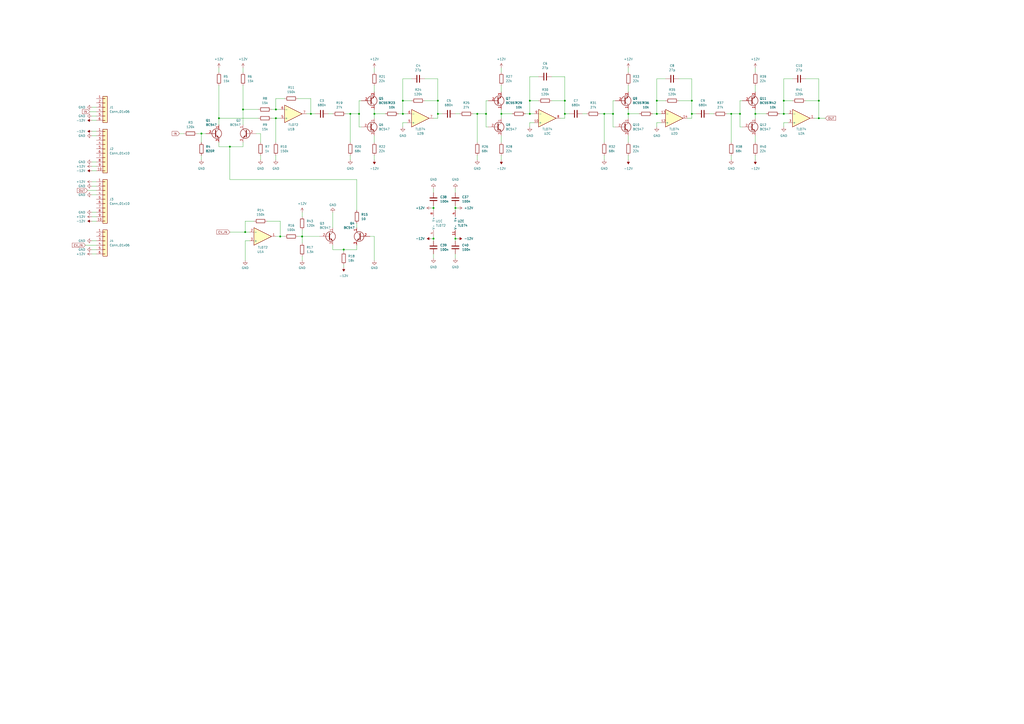
<source format=kicad_sch>
(kicad_sch (version 20230121) (generator eeschema)
  (paper "A2")
  (title_block (title "YuSynth Metalizer") (date "2022-09-02") (company "Max Bauer") (comment 1 "Eurorack Module"))
  (lib_symbols
    (symbol "Amplifier_Operational:TL072" (pin_names (offset 0.127))
      (property "Reference" "U" (at 0 5.08 0))
      (property "Value" "TL072" (at 0 -5.08 0))
      (symbol "TL072_1_1"
        (pin output line (at 7.62 0 180) (length 2.54) (name "~") (number "1"))
        (pin input line (at -7.62 -2.54 0) (length 2.54) (name "-") (number "2"))
        (pin input line (at -7.62 2.54 0) (length 2.54) (name "+") (number "3"))
      )
      (symbol "TL072_2_1"
        (pin input line (at -7.62 2.54 0) (length 2.54) (name "+") (number "5"))
        (pin input line (at -7.62 -2.54 0) (length 2.54) (name "-") (number "6"))
        (pin output line (at 7.62 0 180) (length 2.54) (name "~") (number "7"))
      )
      (symbol "TL072_3_1"
        (pin power_in line (at -2.54 -7.62 90) (length 3.81) (name "V-") (number "4"))
        (pin power_in line (at -2.54 7.62 270) (length 3.81) (name "V+") (number "8"))
      )
    )
    (symbol "Amplifier_Operational:TL074" (pin_names (offset 0.127))
      (property "Reference" "U" (at 0 5.08 0))
      (property "Value" "TL074" (at 0 -5.08 0))
      (symbol "TL074_1_1"
        (pin output line (at 7.62 0 180) (length 2.54) (name "~") (number "1"))
        (pin input line (at -7.62 -2.54 0) (length 2.54) (name "-") (number "2"))
        (pin input line (at -7.62 2.54 0) (length 2.54) (name "+") (number "3"))
      )
      (symbol "TL074_2_1"
        (pin input line (at -7.62 2.54 0) (length 2.54) (name "+") (number "5"))
        (pin input line (at -7.62 -2.54 0) (length 2.54) (name "-") (number "6"))
        (pin output line (at 7.62 0 180) (length 2.54) (name "~") (number "7"))
      )
      (symbol "TL074_3_1"
        (pin input line (at -7.62 2.54 0) (length 2.54) (name "+") (number "10"))
        (pin output line (at 7.62 0 180) (length 2.54) (name "~") (number "8"))
        (pin input line (at -7.62 -2.54 0) (length 2.54) (name "-") (number "9"))
      )
      (symbol "TL074_4_1"
        (pin input line (at -7.62 2.54 0) (length 2.54) (name "+") (number "12"))
        (pin input line (at -7.62 -2.54 0) (length 2.54) (name "-") (number "13"))
        (pin output line (at 7.62 0 180) (length 2.54) (name "~") (number "14"))
      )
      (symbol "TL074_5_1"
        (pin power_in line (at -2.54 -7.62 90) (length 3.81) (name "V-") (number "11"))
        (pin power_in line (at -2.54 7.62 270) (length 3.81) (name "V+") (number "4"))
      )
    )
    (symbol "Connector_Generic:Conn_01x06" (pin_names (offset 1.016) hide)
      (property "Reference" "J" (at 0 7.62 0))
      (property "Value" "Conn_01x06" (at 0 -10.16 0))
      (symbol "Conn_01x06_1_1"
        (pin passive line (at -5.08 5.08 0) (length 3.81) (name "Pin_1") (number "1"))
        (pin passive line (at -5.08 2.54 0) (length 3.81) (name "Pin_2") (number "2"))
        (pin passive line (at -5.08 0 0) (length 3.81) (name "Pin_3") (number "3"))
        (pin passive line (at -5.08 -2.54 0) (length 3.81) (name "Pin_4") (number "4"))
        (pin passive line (at -5.08 -5.08 0) (length 3.81) (name "Pin_5") (number "5"))
        (pin passive line (at -5.08 -7.62 0) (length 3.81) (name "Pin_6") (number "6"))
      )
    )
    (symbol "Connector_Generic:Conn_01x10" (pin_names (offset 1.016) hide)
      (property "Reference" "J" (at 0 12.7 0))
      (property "Value" "Conn_01x10" (at 0 -15.24 0))
      (symbol "Conn_01x10_1_1"
        (pin passive line (at -5.08 10.16 0) (length 3.81) (name "Pin_1") (number "1"))
        (pin passive line (at -5.08 -12.7 0) (length 3.81) (name "Pin_10") (number "10"))
        (pin passive line (at -5.08 7.62 0) (length 3.81) (name "Pin_2") (number "2"))
        (pin passive line (at -5.08 5.08 0) (length 3.81) (name "Pin_3") (number "3"))
        (pin passive line (at -5.08 2.54 0) (length 3.81) (name "Pin_4") (number "4"))
        (pin passive line (at -5.08 0 0) (length 3.81) (name "Pin_5") (number "5"))
        (pin passive line (at -5.08 -2.54 0) (length 3.81) (name "Pin_6") (number "6"))
        (pin passive line (at -5.08 -5.08 0) (length 3.81) (name "Pin_7") (number "7"))
        (pin passive line (at -5.08 -7.62 0) (length 3.81) (name "Pin_8") (number "8"))
        (pin passive line (at -5.08 -10.16 0) (length 3.81) (name "Pin_9") (number "9"))
      )
    )
    (symbol "Device:C" (pin_numbers hide) (pin_names (offset 0.254))
      (property "Reference" "C" (at 0.635 2.54 0))
      (property "Value" "C" (at 0.635 -2.54 0))
      (symbol "C_1_1"
        (pin passive line (at 0 3.81 270) (length 2.794) (name "~") (number "1"))
        (pin passive line (at 0 -3.81 90) (length 2.794) (name "~") (number "2"))
      )
    )
    (symbol "Device:R" (pin_numbers hide) (pin_names (offset 0))
      (property "Reference" "R" (at 2.032 0 90))
      (property "Value" "R" (at 0 0 90))
      (symbol "R_1_1"
        (pin passive line (at 0 3.81 270) (length 1.27) (name "~") (number "1"))
        (pin passive line (at 0 -3.81 90) (length 1.27) (name "~") (number "2"))
      )
    )
    (symbol "GND_1" (power) (pin_names (offset 0))
      (property "Value" "GND_1" (at 0 -3.81 0))
      (symbol "GND_1_1_1"
        (pin power_in line (at 0 0 270) (length 0) hide (name "GND") (number "1"))
      )
    )
    (symbol "Transistor_BJT:BC547" (pin_names (offset 0) hide)
      (property "Reference" "Q" (at 5.08 1.905 0))
      (property "Value" "BC547" (at 5.08 0 0))
      (symbol "BC547_1_1"
        (pin passive line (at 2.54 5.08 270) (length 2.54) (name "C") (number "1"))
        (pin input line (at -5.08 0 0) (length 5.08) (name "B") (number "2"))
        (pin passive line (at 2.54 -5.08 90) (length 2.54) (name "E") (number "3"))
      )
    )
    (symbol "Transistor_BJT:BC557" (pin_names (offset 0) hide)
      (property "Reference" "Q" (at 5.08 1.905 0))
      (property "Value" "BC557" (at 5.08 0 0))
      (symbol "BC557_1_1"
        (pin passive line (at 2.54 5.08 270) (length 2.54) (name "C") (number "1"))
        (pin input line (at -5.08 0 0) (length 5.715) (name "B") (number "2"))
        (pin passive line (at 2.54 -5.08 90) (length 2.54) (name "E") (number "3"))
      )
    )
    (symbol "power:+12V" (power) (pin_names (offset 0))
      (property "Value" "+12V" (at 0 3.556 0))
      (symbol "+12V_1_1"
        (pin power_in line (at 0 0 90) (length 0) hide (name "+12V") (number "1"))
      )
    )
    (symbol "power:-12V" (power) (pin_names (offset 0))
      (property "Value" "-12V" (at 0 3.81 0))
      (symbol "-12V_0_0"
        (pin power_in line (at 0 0 90) (length 0) hide (name "-12V") (number "1"))
      )
    )
    (symbol "power:GND" (power) (pin_names (offset 0))
      (property "Value" "GND" (at 0 -3.81 0))
      (symbol "GND_1_1"
        (pin power_in line (at 0 0 270) (length 0) hide (name "GND") (number "1"))
      )
    )
  )
  (junction (at 175.26 137.16))
  (junction (at 474.98 68.58))
  (junction (at 364.49 66.04))
  (junction (at 264.16 120.65))
  (junction (at 454.66 66.04))
  (junction (at 199.39 144.78))
  (junction (at 355.6 66.04))
  (junction (at 203.2 66.04))
  (junction (at 327.66 66.04))
  (junction (at 454.66 58.42))
  (junction (at 180.34 66.04))
  (junction (at 264.16 138.43))
  (junction (at 438.15 66.04))
  (junction (at 160.02 68.58))
  (junction (at 133.35 85.09))
  (junction (at 281.94 66.04))
  (junction (at 429.26 66.04))
  (junction (at 208.28 66.04))
  (junction (at 424.18 66.04))
  (junction (at 217.17 66.04))
  (junction (at 251.46 120.65))
  (junction (at 276.86 66.04))
  (junction (at 162.56 137.16))
  (junction (at 350.52 66.04))
  (junction (at 233.68 58.42))
  (junction (at 127 68.58))
  (junction (at 401.32 58.42))
  (junction (at 307.34 58.42))
  (junction (at 142.24 134.62))
  (junction (at 254 58.42))
  (junction (at 140.97 63.5))
  (junction (at 474.98 58.42))
  (junction (at 251.46 138.43))
  (junction (at 233.68 66.04))
  (junction (at 401.32 66.04))
  (junction (at 381 66.04))
  (junction (at 307.34 66.04))
  (junction (at 290.83 66.04))
  (junction (at 116.84 77.47))
  (junction (at 160.02 63.5))
  (junction (at 254 66.04))
  (junction (at 381 58.42))
  (junction (at 327.66 58.42))
  (wire (pts (xy 127 68.58) (xy 127 72.39)))
  (wire (pts (xy 200.66 66.04) (xy 203.2 66.04)))
  (wire (pts (xy 142.24 139.7) (xy 144.78 139.7)))
  (wire (pts (xy 53.34 128.27) (xy 55.88 128.27)))
  (wire (pts (xy 142.24 134.62) (xy 144.78 134.62)))
  (wire (pts (xy 429.26 66.04) (xy 429.26 73.66)))
  (wire (pts (xy 290.83 90.17) (xy 290.83 92.71)))
  (wire (pts (xy 160.02 90.17) (xy 160.02 92.71)))
  (wire (pts (xy 264.16 120.65) (xy 265.43 120.65)))
  (wire (pts (xy 424.18 90.17) (xy 424.18 92.71)))
  (wire (pts (xy 281.94 58.42) (xy 281.94 66.04)))
  (wire (pts (xy 172.72 57.15) (xy 180.34 57.15)))
  (wire (pts (xy 175.26 137.16) (xy 185.42 137.16)))
  (wire (pts (xy 53.34 147.32) (xy 55.88 147.32)))
  (wire (pts (xy 250.19 120.65) (xy 251.46 120.65)))
  (wire (pts (xy 264.16 109.22) (xy 264.16 111.76)))
  (wire (pts (xy 251.46 137.16) (xy 251.46 138.43)))
  (wire (pts (xy 378.46 66.04) (xy 381 66.04)))
  (wire (pts (xy 157.48 63.5) (xy 160.02 63.5)))
  (wire (pts (xy 327.66 66.04) (xy 327.66 68.58)))
  (wire (pts (xy 208.28 66.04) (xy 208.28 73.66)))
  (wire (pts (xy 127 49.53) (xy 127 68.58)))
  (wire (pts (xy 438.15 90.17) (xy 438.15 92.71)))
  (wire (pts (xy 246.38 58.42) (xy 254 58.42)))
  (wire (pts (xy 203.2 90.17) (xy 203.2 92.71)))
  (wire (pts (xy 157.48 68.58) (xy 160.02 68.58)))
  (wire (pts (xy 50.8 110.49) (xy 55.88 110.49)))
  (wire (pts (xy 52.07 64.77) (xy 55.88 64.77)))
  (wire (pts (xy 467.36 58.42) (xy 474.98 58.42)))
  (wire (pts (xy 304.8 66.04) (xy 307.34 66.04)))
  (wire (pts (xy 424.18 66.04) (xy 424.18 82.55)))
  (wire (pts (xy 307.34 44.45) (xy 307.34 58.42)))
  (wire (pts (xy 355.6 66.04) (xy 355.6 73.66)))
  (wire (pts (xy 281.94 66.04) (xy 281.94 73.66)))
  (wire (pts (xy 281.94 73.66) (xy 283.21 73.66)))
  (wire (pts (xy 327.66 68.58) (xy 325.12 68.58)))
  (wire (pts (xy 290.83 39.37) (xy 290.83 41.91)))
  (wire (pts (xy 327.66 66.04) (xy 330.2 66.04)))
  (wire (pts (xy 454.66 58.42) (xy 454.66 66.04)))
  (wire (pts (xy 133.35 104.14) (xy 207.01 104.14)))
  (wire (pts (xy 401.32 66.04) (xy 401.32 68.58)))
  (wire (pts (xy 290.83 63.5) (xy 290.83 66.04)))
  (wire (pts (xy 177.8 66.04) (xy 180.34 66.04)))
  (wire (pts (xy 208.28 73.66) (xy 209.55 73.66)))
  (wire (pts (xy 251.46 147.32) (xy 251.46 149.86)))
  (wire (pts (xy 193.04 123.19) (xy 193.04 132.08)))
  (wire (pts (xy 233.68 45.72) (xy 233.68 58.42)))
  (wire (pts (xy 276.86 66.04) (xy 276.86 82.55)))
  (wire (pts (xy 290.83 66.04) (xy 297.18 66.04)))
  (wire (pts (xy 250.19 138.43) (xy 251.46 138.43)))
  (wire (pts (xy 217.17 90.17) (xy 217.17 92.71)))
  (wire (pts (xy 438.15 66.04) (xy 444.5 66.04)))
  (wire (pts (xy 364.49 39.37) (xy 364.49 41.91)))
  (wire (pts (xy 350.52 66.04) (xy 350.52 82.55)))
  (wire (pts (xy 312.42 58.42) (xy 307.34 58.42)))
  (wire (pts (xy 151.13 90.17) (xy 151.13 92.71)))
  (wire (pts (xy 160.02 57.15) (xy 160.02 63.5)))
  (wire (pts (xy 180.34 57.15) (xy 180.34 66.04)))
  (wire (pts (xy 276.86 66.04) (xy 281.94 66.04)))
  (wire (pts (xy 160.02 68.58) (xy 162.56 68.58)))
  (wire (pts (xy 401.32 66.04) (xy 403.86 66.04)))
  (wire (pts (xy 393.7 45.72) (xy 401.32 45.72)))
  (wire (pts (xy 474.98 68.58) (xy 472.44 68.58)))
  (wire (pts (xy 140.97 85.09) (xy 140.97 82.55)))
  (wire (pts (xy 320.04 44.45) (xy 327.66 44.45)))
  (wire (pts (xy 474.98 68.58) (xy 478.79 68.58)))
  (wire (pts (xy 364.49 49.53) (xy 364.49 53.34)))
  (wire (pts (xy 307.34 58.42) (xy 307.34 66.04)))
  (wire (pts (xy 276.86 90.17) (xy 276.86 92.71)))
  (wire (pts (xy 350.52 90.17) (xy 350.52 92.71)))
  (wire (pts (xy 364.49 90.17) (xy 364.49 92.71)))
  (wire (pts (xy 133.35 85.09) (xy 140.97 85.09)))
  (wire (pts (xy 53.34 123.19) (xy 55.88 123.19)))
  (wire (pts (xy 290.83 66.04) (xy 290.83 68.58)))
  (wire (pts (xy 254 58.42) (xy 254 66.04)))
  (wire (pts (xy 127 39.37) (xy 127 41.91)))
  (wire (pts (xy 53.34 107.95) (xy 55.88 107.95)))
  (wire (pts (xy 53.34 105.41) (xy 55.88 105.41)))
  (wire (pts (xy 209.55 58.42) (xy 208.28 58.42)))
  (wire (pts (xy 160.02 68.58) (xy 160.02 82.55)))
  (wire (pts (xy 142.24 139.7) (xy 142.24 151.13)))
  (wire (pts (xy 207.01 104.14) (xy 207.01 121.92)))
  (wire (pts (xy 207.01 129.54) (xy 207.01 132.08)))
  (wire (pts (xy 233.68 58.42) (xy 233.68 66.04)))
  (wire (pts (xy 151.13 77.47) (xy 151.13 82.55)))
  (wire (pts (xy 127 85.09) (xy 133.35 85.09)))
  (wire (pts (xy 320.04 58.42) (xy 327.66 58.42)))
  (wire (pts (xy 217.17 78.74) (xy 217.17 82.55)))
  (wire (pts (xy 172.72 137.16) (xy 175.26 137.16)))
  (wire (pts (xy 401.32 45.72) (xy 401.32 58.42)))
  (wire (pts (xy 199.39 144.78) (xy 199.39 146.05)))
  (wire (pts (xy 381 45.72) (xy 381 58.42)))
  (wire (pts (xy 160.02 57.15) (xy 165.1 57.15)))
  (wire (pts (xy 214.63 137.16) (xy 217.17 137.16)))
  (wire (pts (xy 327.66 58.42) (xy 327.66 66.04)))
  (wire (pts (xy 193.04 142.24) (xy 193.04 144.78)))
  (wire (pts (xy 238.76 45.72) (xy 233.68 45.72)))
  (wire (pts (xy 355.6 58.42) (xy 355.6 66.04)))
  (wire (pts (xy 264.16 138.43) (xy 264.16 139.7)))
  (wire (pts (xy 438.15 39.37) (xy 438.15 41.91)))
  (wire (pts (xy 175.26 137.16) (xy 175.26 140.97)))
  (wire (pts (xy 199.39 144.78) (xy 207.01 144.78)))
  (wire (pts (xy 386.08 45.72) (xy 381 45.72)))
  (wire (pts (xy 53.34 67.31) (xy 55.88 67.31)))
  (wire (pts (xy 233.68 66.04) (xy 236.22 66.04)))
  (wire (pts (xy 411.48 66.04) (xy 414.02 66.04)))
  (wire (pts (xy 251.46 119.38) (xy 251.46 120.65)))
  (wire (pts (xy 217.17 39.37) (xy 217.17 41.91)))
  (wire (pts (xy 140.97 49.53) (xy 140.97 63.5)))
  (wire (pts (xy 53.34 99.06) (xy 55.88 99.06)))
  (wire (pts (xy 175.26 148.59) (xy 175.26 151.13)))
  (wire (pts (xy 430.53 58.42) (xy 429.26 58.42)))
  (wire (pts (xy 148.59 77.47) (xy 151.13 77.47)))
  (wire (pts (xy 254 66.04) (xy 256.54 66.04)))
  (wire (pts (xy 438.15 78.74) (xy 438.15 82.55)))
  (wire (pts (xy 307.34 66.04) (xy 309.88 66.04)))
  (wire (pts (xy 199.39 153.67) (xy 199.39 154.94)))
  (wire (pts (xy 246.38 45.72) (xy 254 45.72)))
  (wire (pts (xy 180.34 66.04) (xy 182.88 66.04)))
  (wire (pts (xy 290.83 49.53) (xy 290.83 53.34)))
  (wire (pts (xy 424.18 66.04) (xy 429.26 66.04)))
  (wire (pts (xy 457.2 71.12) (xy 454.66 71.12)))
  (wire (pts (xy 381 66.04) (xy 383.54 66.04)))
  (wire (pts (xy 309.88 71.12) (xy 307.34 71.12)))
  (wire (pts (xy 203.2 66.04) (xy 203.2 82.55)))
  (wire (pts (xy 264.16 120.65) (xy 264.16 121.92)))
  (wire (pts (xy 438.15 66.04) (xy 438.15 68.58)))
  (wire (pts (xy 254 68.58) (xy 251.46 68.58)))
  (wire (pts (xy 53.34 78.74) (xy 55.88 78.74)))
  (wire (pts (xy 140.97 39.37) (xy 140.97 41.91)))
  (wire (pts (xy 264.16 119.38) (xy 264.16 120.65)))
  (wire (pts (xy 264.16 138.43) (xy 265.43 138.43)))
  (wire (pts (xy 238.76 58.42) (xy 233.68 58.42)))
  (wire (pts (xy 429.26 58.42) (xy 429.26 66.04)))
  (wire (pts (xy 116.84 90.17) (xy 116.84 92.71)))
  (wire (pts (xy 53.34 93.98) (xy 55.88 93.98)))
  (wire (pts (xy 190.5 66.04) (xy 193.04 66.04)))
  (wire (pts (xy 217.17 49.53) (xy 217.17 53.34)))
  (wire (pts (xy 454.66 71.12) (xy 454.66 73.66)))
  (wire (pts (xy 175.26 133.35) (xy 175.26 137.16)))
  (wire (pts (xy 459.74 45.72) (xy 454.66 45.72)))
  (wire (pts (xy 127 82.55) (xy 127 85.09)))
  (wire (pts (xy 53.34 76.2) (xy 55.88 76.2)))
  (wire (pts (xy 160.02 63.5) (xy 162.56 63.5)))
  (wire (pts (xy 175.26 123.19) (xy 175.26 125.73)))
  (wire (pts (xy 355.6 73.66) (xy 356.87 73.66)))
  (wire (pts (xy 337.82 66.04) (xy 340.36 66.04)))
  (wire (pts (xy 53.34 144.78) (xy 55.88 144.78)))
  (wire (pts (xy 264.16 147.32) (xy 264.16 149.86)))
  (wire (pts (xy 459.74 58.42) (xy 454.66 58.42)))
  (wire (pts (xy 364.49 78.74) (xy 364.49 82.55)))
  (wire (pts (xy 133.35 134.62) (xy 142.24 134.62)))
  (wire (pts (xy 114.3 77.47) (xy 116.84 77.47)))
  (wire (pts (xy 160.02 137.16) (xy 162.56 137.16)))
  (wire (pts (xy 231.14 66.04) (xy 233.68 66.04)))
  (wire (pts (xy 386.08 58.42) (xy 381 58.42)))
  (wire (pts (xy 364.49 66.04) (xy 370.84 66.04)))
  (wire (pts (xy 162.56 137.16) (xy 165.1 137.16)))
  (wire (pts (xy 350.52 66.04) (xy 355.6 66.04)))
  (wire (pts (xy 307.34 71.12) (xy 307.34 73.66)))
  (wire (pts (xy 438.15 63.5) (xy 438.15 66.04)))
  (wire (pts (xy 356.87 58.42) (xy 355.6 58.42)))
  (wire (pts (xy 421.64 66.04) (xy 424.18 66.04)))
  (wire (pts (xy 401.32 58.42) (xy 401.32 66.04)))
  (wire (pts (xy 142.24 128.27) (xy 147.32 128.27)))
  (wire (pts (xy 381 58.42) (xy 381 66.04)))
  (wire (pts (xy 290.83 78.74) (xy 290.83 82.55)))
  (wire (pts (xy 383.54 71.12) (xy 381 71.12)))
  (wire (pts (xy 312.42 44.45) (xy 307.34 44.45)))
  (wire (pts (xy 347.98 66.04) (xy 350.52 66.04)))
  (wire (pts (xy 251.46 109.22) (xy 251.46 111.76)))
  (wire (pts (xy 364.49 63.5) (xy 364.49 66.04)))
  (wire (pts (xy 254 45.72) (xy 254 58.42)))
  (wire (pts (xy 217.17 137.16) (xy 217.17 151.13)))
  (wire (pts (xy 264.16 137.16) (xy 264.16 138.43)))
  (wire (pts (xy 133.35 85.09) (xy 133.35 104.14)))
  (wire (pts (xy 474.98 58.42) (xy 474.98 68.58)))
  (wire (pts (xy 454.66 45.72) (xy 454.66 58.42)))
  (wire (pts (xy 364.49 66.04) (xy 364.49 68.58)))
  (wire (pts (xy 467.36 45.72) (xy 474.98 45.72)))
  (wire (pts (xy 401.32 68.58) (xy 398.78 68.58)))
  (wire (pts (xy 217.17 63.5) (xy 217.17 66.04)))
  (wire (pts (xy 53.34 113.03) (xy 55.88 113.03)))
  (wire (pts (xy 283.21 58.42) (xy 281.94 58.42)))
  (wire (pts (xy 53.34 69.85) (xy 55.88 69.85)))
  (wire (pts (xy 454.66 66.04) (xy 457.2 66.04)))
  (wire (pts (xy 381 71.12) (xy 381 73.66)))
  (wire (pts (xy 474.98 45.72) (xy 474.98 58.42)))
  (wire (pts (xy 274.32 66.04) (xy 276.86 66.04)))
  (wire (pts (xy 53.34 139.7) (xy 55.88 139.7)))
  (wire (pts (xy 452.12 66.04) (xy 454.66 66.04)))
  (wire (pts (xy 162.56 128.27) (xy 162.56 137.16)))
  (wire (pts (xy 429.26 73.66) (xy 430.53 73.66)))
  (wire (pts (xy 251.46 138.43) (xy 251.46 139.7)))
  (wire (pts (xy 116.84 77.47) (xy 119.38 77.47)))
  (wire (pts (xy 154.94 128.27) (xy 162.56 128.27)))
  (wire (pts (xy 203.2 66.04) (xy 208.28 66.04)))
  (wire (pts (xy 264.16 66.04) (xy 266.7 66.04)))
  (wire (pts (xy 53.34 62.23) (xy 55.88 62.23)))
  (wire (pts (xy 327.66 44.45) (xy 327.66 58.42)))
  (wire (pts (xy 53.34 96.52) (xy 55.88 96.52)))
  (wire (pts (xy 142.24 128.27) (xy 142.24 134.62)))
  (wire (pts (xy 208.28 58.42) (xy 208.28 66.04)))
  (wire (pts (xy 217.17 66.04) (xy 223.52 66.04)))
  (wire (pts (xy 140.97 63.5) (xy 149.86 63.5)))
  (wire (pts (xy 116.84 77.47) (xy 116.84 82.55)))
  (wire (pts (xy 127 68.58) (xy 149.86 68.58)))
  (wire (pts (xy 236.22 71.12) (xy 233.68 71.12)))
  (wire (pts (xy 207.01 144.78) (xy 207.01 142.24)))
  (wire (pts (xy 140.97 63.5) (xy 140.97 72.39)))
  (wire (pts (xy 217.17 66.04) (xy 217.17 68.58)))
  (wire (pts (xy 193.04 144.78) (xy 199.39 144.78)))
  (wire (pts (xy 49.53 142.24) (xy 55.88 142.24)))
  (wire (pts (xy 53.34 125.73) (xy 55.88 125.73)))
  (wire (pts (xy 254 66.04) (xy 254 68.58)))
  (wire (pts (xy 251.46 120.65) (xy 251.46 121.92)))
  (wire (pts (xy 233.68 71.12) (xy 233.68 73.66)))
  (wire (pts (xy 104.14 77.47) (xy 106.68 77.47)))
  (wire (pts (xy 438.15 49.53) (xy 438.15 53.34)))
  (wire (pts (xy 393.7 58.42) (xy 401.32 58.42)))
  (global_label "OUT" (shape input) (at 478.79 68.58 0) (property "Intersheetrefs" "${INTERSHEET_REFS}" (effects hide)))
  (global_label "IN" (shape input) (at 52.07 64.77 180) (property "Intersheetrefs" "${INTERSHEET_REFS}" (effects hide)))
  (global_label "CV_IN" (shape input) (at 133.35 134.62 180) (property "Intersheetrefs" "${INTERSHEET_REFS}" (effects hide)))
  (global_label "CV_IN" (shape input) (at 49.53 142.24 180) (property "Intersheetrefs" "${INTERSHEET_REFS}" (effects hide)))
  (global_label "OUT" (shape input) (at 50.8 110.49 180) (property "Intersheetrefs" "${INTERSHEET_REFS}" (effects hide)))
  (global_label "IN" (shape input) (at 104.14 77.47 180) (property "Intersheetrefs" "${INTERSHEET_REFS}" (effects hide)))
  (symbol (lib_id "Amplifier_Operational:TL072") (at 170.18 66.04 0) (mirror x) (unit 2)
    (property "Reference" "U1" (at 168.91 74.93 0))
    (property "Value" "TL072" (at 170.18 72.39 0))
    (property "Footprint" "Package_DIP:DIP-8_W7.62mm_LongPads" (effects hide))
    (property "Datasheet" "http://www.ti.com/lit/ds/symlink/tl071.pdf" (effects hide))
  )
  (symbol (lib_id "power:+12V") (at 175.26 123.19 0) (unit 1)
    (property "Reference" "#PWR042" (effects hide))
    (property "Value" "+12V" (at 175.26 118.11 0))
  )
  (symbol (lib_id "Device:R") (at 438.15 45.72 0) (unit 1)
    (property "Reference" "R39" (at 440.69 44.4499 0) (effects (justify left)))
    (property "Value" "22k" (at 440.69 46.9899 0) (effects (justify left)))
    (property "Footprint" "Resistor_THT:R_Axial_DIN0204_L3.6mm_D1.6mm_P7.62mm_Horizontal" (effects hide))
  )
  (symbol (lib_id "power:GND") (at 251.46 149.86 0) (unit 1)
    (property "Reference" "#PWR055" (effects hide))
    (property "Value" "GND" (at 251.46 154.94 0))
  )
  (symbol (lib_id "Device:R") (at 290.83 45.72 0) (unit 1)
    (property "Reference" "R27" (at 293.37 44.4499 0) (effects (justify left)))
    (property "Value" "22k" (at 293.37 46.9899 0) (effects (justify left)))
    (property "Footprint" "Resistor_THT:R_Axial_DIN0204_L3.6mm_D1.6mm_P7.62mm_Horizontal" (effects hide))
  )
  (symbol (lib_id "Amplifier_Operational:TL074") (at 243.84 68.58 0) (mirror x) (unit 2)
    (property "Reference" "U2" (at 243.84 77.47 0))
    (property "Value" "TL074" (at 243.84 74.93 0))
    (property "Footprint" "Package_DIP:DIP-14_W7.62mm_LongPads" (effects hide))
    (property "Datasheet" "http://www.ti.com/lit/ds/symlink/tl071.pdf" (effects hide))
  )
  (symbol (lib_id "Device:R") (at 417.83 66.04 90) (unit 1)
    (property "Reference" "R37" (at 417.83 59.69 90))
    (property "Value" "27k" (at 417.83 62.23 90))
    (property "Footprint" "Resistor_THT:R_Axial_DIN0204_L3.6mm_D1.6mm_P7.62mm_Horizontal" (effects hide))
  )
  (symbol (lib_id "power:GND") (at 203.2 92.71 0) (unit 1)
    (property "Reference" "#PWR0105" (effects hide))
    (property "Value" "GND" (at 203.2 97.79 0))
  )
  (symbol (lib_id "Transistor_BJT:BC547") (at 209.55 137.16 0) (mirror y) (unit 1)
    (property "Reference" "Q4" (at 205.74 129.54 0) (effects (justify left)))
    (property "Value" "BC547" (at 205.74 132.08 0) (effects (justify left)))
    (property "Footprint" "Package_TO_SOT_THT:TO-92_Inline" (effects hide))
    (property "Datasheet" "https://www.onsemi.com/pub/Collateral/BC550-D.pdf" (effects hide))
  )
  (symbol (lib_id "power:+12V") (at 290.83 39.37 0) (unit 1)
    (property "Reference" "#PWR0103" (effects hide))
    (property "Value" "+12V" (at 290.83 34.29 0))
  )
  (symbol (lib_id "power:+12V") (at 217.17 39.37 0) (unit 1)
    (property "Reference" "#PWR0119" (effects hide))
    (property "Value" "+12V" (at 217.17 34.29 0))
  )
  (symbol (lib_id "Device:R") (at 242.57 58.42 90) (unit 1)
    (property "Reference" "R24" (at 242.57 52.07 90))
    (property "Value" "120k" (at 242.57 54.61 90))
    (property "Footprint" "Resistor_THT:R_Axial_DIN0204_L3.6mm_D1.6mm_P7.62mm_Horizontal" (effects hide))
  )
  (symbol (lib_name "GND_1") (lib_id "power:GND") (at 53.34 113.03 270) (unit 1)
    (property "Reference" "#PWR056" (effects hide))
    (property "Value" "GND" (at 49.53 113.03 90) (effects (justify right)))
  )
  (symbol (lib_id "power:GND") (at 264.16 109.22 180) (unit 1)
    (property "Reference" "#PWR053" (effects hide))
    (property "Value" "GND" (at 264.16 104.14 0))
  )
  (symbol (lib_id "Device:C") (at 389.89 45.72 90) (unit 1)
    (property "Reference" "C8" (at 389.89 38.1 90))
    (property "Value" "27p" (at 389.89 40.64 90))
    (property "Footprint" "Capacitor_THT:C_Rect_L4.0mm_W2.5mm_P2.50mm" (effects hide))
  )
  (symbol (lib_id "power:GND") (at 233.68 73.66 0) (unit 1)
    (property "Reference" "#PWR0106" (effects hide))
    (property "Value" "GND" (at 233.68 78.74 0))
  )
  (symbol (lib_id "power:GND") (at 142.24 151.13 0) (unit 1)
    (property "Reference" "#PWR045" (effects hide))
    (property "Value" "GND" (at 142.24 155.4017 0))
  )
  (symbol (lib_id "Device:R") (at 424.18 86.36 0) (unit 1)
    (property "Reference" "R38" (at 426.72 85.0899 0) (effects (justify left)))
    (property "Value" "68k" (at 426.72 87.6299 0) (effects (justify left)))
    (property "Footprint" "Resistor_THT:R_Axial_DIN0204_L3.6mm_D1.6mm_P7.62mm_Horizontal" (effects hide))
  )
  (symbol (lib_id "Device:R") (at 389.89 58.42 90) (unit 1)
    (property "Reference" "R35" (at 389.89 52.07 90))
    (property "Value" "120k" (at 389.89 54.61 90))
    (property "Footprint" "Resistor_THT:R_Axial_DIN0204_L3.6mm_D1.6mm_P7.62mm_Horizontal" (effects hide))
  )
  (symbol (lib_id "Device:R") (at 168.91 57.15 90) (unit 1)
    (property "Reference" "R11" (at 168.91 50.8 90))
    (property "Value" "150k" (at 168.91 53.34 90))
    (property "Footprint" "Resistor_THT:R_Axial_DIN0204_L3.6mm_D1.6mm_P7.62mm_Horizontal" (effects hide))
  )
  (symbol (lib_id "Device:R") (at 160.02 86.36 0) (unit 1)
    (property "Reference" "R10" (at 162.56 85.0899 0) (effects (justify left)))
    (property "Value" "150k" (at 162.56 87.6299 0) (effects (justify left)))
    (property "Footprint" "Resistor_THT:R_Axial_DIN0204_L3.6mm_D1.6mm_P7.62mm_Horizontal" (effects hide))
  )
  (symbol (lib_id "power:GND") (at 276.86 92.71 0) (unit 1)
    (property "Reference" "#PWR0116" (effects hide))
    (property "Value" "GND" (at 276.86 97.79 0))
  )
  (symbol (lib_id "Device:R") (at 199.39 149.86 0) (unit 1)
    (property "Reference" "R18" (at 201.93 148.59 0) (effects (justify left)))
    (property "Value" "18k" (at 201.93 151.13 0) (effects (justify left)))
    (property "Footprint" "Resistor_THT:R_Axial_DIN0204_L3.6mm_D1.6mm_P7.62mm_Horizontal" (effects hide))
  )
  (symbol (lib_id "Connector_Generic:Conn_01x10") (at 60.96 115.57 0) (unit 1)
    (property "Reference" "J3" (at 63.5 115.57 0) (effects (justify left)))
    (property "Value" "Conn_01x10" (at 63.5 118.11 0) (effects (justify left)))
    (property "Footprint" "Connector_PinSocket_2.54mm:PinSocket_1x10_P2.54mm_Vertical" (effects hide))
  )
  (symbol (lib_id "power:GND") (at 381 73.66 0) (unit 1)
    (property "Reference" "#PWR0111" (effects hide))
    (property "Value" "GND" (at 381 78.74 0))
  )
  (symbol (lib_id "Transistor_BJT:BC547") (at 124.46 77.47 0) (unit 1)
    (property "Reference" "Q1" (at 119.38 69.85 0) (effects (justify left)))
    (property "Value" "BC547" (at 119.38 72.39 0) (effects (justify left)))
    (property "Footprint" "Package_TO_SOT_THT:TO-92_Inline" (effects hide))
    (property "Datasheet" "https://www.onsemi.com/pub/Collateral/BC550-D.pdf" (effects hide))
  )
  (symbol (lib_id "power:-12V") (at 199.39 154.94 180) (unit 1)
    (property "Reference" "#PWR059" (effects hide))
    (property "Value" "-12V" (at 199.39 160.02 0))
  )
  (symbol (lib_id "Device:C") (at 251.46 115.57 0) (unit 1)
    (property "Reference" "C38" (at 255.27 114.3 0) (effects (justify left)))
    (property "Value" "100n" (at 255.27 116.84 0) (effects (justify left)))
    (property "Footprint" "Capacitor_THT:C_Rect_L4.6mm_W2.0mm_P2.50mm_MKS02_FKP02" (effects hide))
  )
  (symbol (lib_id "power:+12V") (at 53.34 105.41 90) (unit 1)
    (property "Reference" "#PWR048" (effects hide))
    (property "Value" "+12V" (at 49.53 105.41 90) (effects (justify left)))
  )
  (symbol (lib_id "Device:C") (at 334.01 66.04 90) (unit 1)
    (property "Reference" "C7" (at 334.01 58.42 90))
    (property "Value" "680n" (at 334.01 60.96 90))
    (property "Footprint" "Capacitor_THT:C_Rect_L7.0mm_W3.5mm_P5.00mm" (effects hide))
  )
  (symbol (lib_id "Device:C") (at 264.16 143.51 0) (unit 1)
    (property "Reference" "C40" (at 267.97 142.24 0) (effects (justify left)))
    (property "Value" "100n" (at 267.97 144.78 0) (effects (justify left)))
    (property "Footprint" "Capacitor_THT:C_Rect_L4.6mm_W2.0mm_P2.50mm_MKS02_FKP02" (effects hide))
  )
  (symbol (lib_id "Device:C") (at 260.35 66.04 90) (unit 1)
    (property "Reference" "C5" (at 260.35 58.42 90))
    (property "Value" "680n" (at 260.35 60.96 90))
    (property "Footprint" "Capacitor_THT:C_Rect_L7.0mm_W3.5mm_P5.00mm" (effects hide))
  )
  (symbol (lib_id "Amplifier_Operational:TL074") (at 391.16 68.58 0) (mirror x) (unit 4)
    (property "Reference" "U2" (at 391.16 77.47 0))
    (property "Value" "TL074" (at 391.16 74.93 0))
    (property "Footprint" "Package_DIP:DIP-14_W7.62mm_LongPads" (effects hide))
    (property "Datasheet" "http://www.ti.com/lit/ds/symlink/tl071.pdf" (effects hide))
  )
  (symbol (lib_id "Device:C") (at 264.16 115.57 0) (unit 1)
    (property "Reference" "C37" (at 267.97 114.3 0) (effects (justify left)))
    (property "Value" "100n" (at 267.97 116.84 0) (effects (justify left)))
    (property "Footprint" "Capacitor_THT:C_Rect_L4.6mm_W2.0mm_P2.50mm_MKS02_FKP02" (effects hide))
  )
  (symbol (lib_id "Transistor_BJT:BC557") (at 435.61 58.42 0) (mirror x) (unit 1)
    (property "Reference" "Q11" (at 440.69 57.1499 0) (effects (justify left)))
    (property "Value" "BC557" (at 440.69 59.6899 0) (effects (justify left)))
    (property "Footprint" "Package_TO_SOT_THT:TO-92_Inline" (effects hide))
    (property "Datasheet" "https://www.onsemi.com/pub/Collateral/BC556BTA-D.pdf" (effects hide))
  )
  (symbol (lib_id "Device:R") (at 227.33 66.04 90) (unit 1)
    (property "Reference" "R23" (at 227.33 59.69 90))
    (property "Value" "10k" (at 227.33 62.23 90))
    (property "Footprint" "Resistor_THT:R_Axial_DIN0204_L3.6mm_D1.6mm_P7.62mm_Horizontal" (effects hide))
  )
  (symbol (lib_id "Device:R") (at 116.84 86.36 0) (unit 1)
    (property "Reference" "R4" (at 119.38 85.0899 0) (effects (justify left)))
    (property "Value" "820R" (at 119.38 87.6299 0) (effects (justify left)))
    (property "Footprint" "Resistor_THT:R_Axial_DIN0204_L3.6mm_D1.6mm_P7.62mm_Horizontal" (effects hide))
  )
  (symbol (lib_id "Transistor_BJT:BC547") (at 214.63 73.66 0) (unit 1)
    (property "Reference" "Q6" (at 219.71 72.3899 0) (effects (justify left)))
    (property "Value" "BC547" (at 219.71 74.9299 0) (effects (justify left)))
    (property "Footprint" "Package_TO_SOT_THT:TO-92_Inline" (effects hide))
    (property "Datasheet" "https://www.onsemi.com/pub/Collateral/BC550-D.pdf" (effects hide))
  )
  (symbol (lib_id "power:GND") (at 454.66 73.66 0) (unit 1)
    (property "Reference" "#PWR0109" (effects hide))
    (property "Value" "GND" (at 454.66 78.74 0))
  )
  (symbol (lib_id "power:GND") (at 251.46 109.22 180) (unit 1)
    (property "Reference" "#PWR052" (effects hide))
    (property "Value" "GND" (at 251.46 104.14 0))
  )
  (symbol (lib_id "Device:R") (at 127 45.72 0) (unit 1)
    (property "Reference" "R5" (at 129.54 44.4499 0) (effects (justify left)))
    (property "Value" "15k" (at 129.54 46.9899 0) (effects (justify left)))
    (property "Footprint" "Resistor_THT:R_Axial_DIN0204_L3.6mm_D1.6mm_P7.62mm_Horizontal" (effects hide))
  )
  (symbol (lib_id "Device:R") (at 217.17 86.36 0) (unit 1)
    (property "Reference" "R22" (at 219.71 85.0899 0) (effects (justify left)))
    (property "Value" "22k" (at 219.71 87.6299 0) (effects (justify left)))
    (property "Footprint" "Resistor_THT:R_Axial_DIN0204_L3.6mm_D1.6mm_P7.62mm_Horizontal" (effects hide))
  )
  (symbol (lib_id "power:GND") (at 116.84 92.71 0) (unit 1)
    (property "Reference" "#PWR0120" (effects hide))
    (property "Value" "GND" (at 116.84 97.79 0))
  )
  (symbol (lib_id "Device:R") (at 344.17 66.04 90) (unit 1)
    (property "Reference" "R31" (at 344.17 59.69 90))
    (property "Value" "27k" (at 344.17 62.23 90))
    (property "Footprint" "Resistor_THT:R_Axial_DIN0204_L3.6mm_D1.6mm_P7.62mm_Horizontal" (effects hide))
  )
  (symbol (lib_id "power:GND") (at 307.34 73.66 0) (unit 1)
    (property "Reference" "#PWR0113" (effects hide))
    (property "Value" "GND" (at 307.34 78.74 0))
  )
  (symbol (lib_id "Device:C") (at 251.46 143.51 0) (unit 1)
    (property "Reference" "C39" (at 255.27 142.24 0) (effects (justify left)))
    (property "Value" "100n" (at 255.27 144.78 0) (effects (justify left)))
    (property "Footprint" "Capacitor_THT:C_Rect_L4.6mm_W2.0mm_P2.50mm_MKS02_FKP02" (effects hide))
  )
  (symbol (lib_name "GND_1") (lib_id "power:GND") (at 53.34 93.98 270) (unit 1)
    (property "Reference" "#PWR070" (effects hide))
    (property "Value" "GND" (at 49.53 93.98 90) (effects (justify right)))
  )
  (symbol (lib_id "Device:R") (at 207.01 125.73 0) (unit 1)
    (property "Reference" "R15" (at 209.55 124.4599 0) (effects (justify left)))
    (property "Value" "10" (at 209.55 126.9999 0) (effects (justify left)))
    (property "Footprint" "Resistor_THT:R_Axial_DIN0204_L3.6mm_D1.6mm_P7.62mm_Horizontal" (effects hide))
  )
  (symbol (lib_id "Device:R") (at 153.67 68.58 90) (unit 1)
    (property "Reference" "R9" (at 153.67 72.39 90))
    (property "Value" "15k" (at 153.67 74.93 90))
    (property "Footprint" "Resistor_THT:R_Axial_DIN0204_L3.6mm_D1.6mm_P7.62mm_Horizontal" (effects hide))
  )
  (symbol (lib_id "power:GND") (at 350.52 92.71 0) (unit 1)
    (property "Reference" "#PWR0107" (effects hide))
    (property "Value" "GND" (at 350.52 97.79 0))
  )
  (symbol (lib_name "GND_1") (lib_id "power:GND") (at 53.34 139.7 270) (unit 1)
    (property "Reference" "#PWR064" (effects hide))
    (property "Value" "GND" (at 49.53 139.7 90) (effects (justify right)))
  )
  (symbol (lib_id "Device:C") (at 242.57 45.72 90) (unit 1)
    (property "Reference" "C4" (at 242.57 38.1 90))
    (property "Value" "27p" (at 242.57 40.64 90))
    (property "Footprint" "Capacitor_THT:C_Rect_L4.0mm_W2.5mm_P2.50mm" (effects hide))
  )
  (symbol (lib_id "power:-12V") (at 265.43 138.43 270) (unit 1)
    (property "Reference" "#PWR063" (effects hide))
    (property "Value" "-12V" (at 269.24 138.43 90) (effects (justify left)))
  )
  (symbol (lib_id "Device:R") (at 374.65 66.04 90) (unit 1)
    (property "Reference" "R36" (at 374.65 59.69 90))
    (property "Value" "10k" (at 374.65 62.23 90))
    (property "Footprint" "Resistor_THT:R_Axial_DIN0204_L3.6mm_D1.6mm_P7.62mm_Horizontal" (effects hide))
  )
  (symbol (lib_id "Transistor_BJT:BC547") (at 190.5 137.16 0) (unit 1)
    (property "Reference" "Q3" (at 185.42 129.54 0) (effects (justify left)))
    (property "Value" "BC547" (at 185.42 132.08 0) (effects (justify left)))
    (property "Footprint" "Package_TO_SOT_THT:TO-92_Inline" (effects hide))
    (property "Datasheet" "https://www.onsemi.com/pub/Collateral/BC550-D.pdf" (effects hide))
  )
  (symbol (lib_id "Device:R") (at 151.13 86.36 0) (unit 1)
    (property "Reference" "R7" (at 153.67 85.0899 0) (effects (justify left)))
    (property "Value" "1k" (at 153.67 87.6299 0) (effects (justify left)))
    (property "Footprint" "Resistor_THT:R_Axial_DIN0204_L3.6mm_D1.6mm_P7.62mm_Horizontal" (effects hide))
  )
  (symbol (lib_id "Device:R") (at 140.97 45.72 0) (unit 1)
    (property "Reference" "R6" (at 143.51 44.4499 0) (effects (justify left)))
    (property "Value" "15k" (at 143.51 46.9899 0) (effects (justify left)))
    (property "Footprint" "Resistor_THT:R_Axial_DIN0204_L3.6mm_D1.6mm_P7.62mm_Horizontal" (effects hide))
  )
  (symbol (lib_id "power:-12V") (at 53.34 76.2 90) (unit 1)
    (property "Reference" "#PWR050" (effects hide))
    (property "Value" "-12V" (at 49.53 76.2 90) (effects (justify left)))
  )
  (symbol (lib_id "Transistor_BJT:BC557") (at 361.95 58.42 0) (mirror x) (unit 1)
    (property "Reference" "Q9" (at 367.03 57.1499 0) (effects (justify left)))
    (property "Value" "BC557" (at 367.03 59.6899 0) (effects (justify left)))
    (property "Footprint" "Package_TO_SOT_THT:TO-92_Inline" (effects hide))
    (property "Datasheet" "https://www.onsemi.com/pub/Collateral/BC556BTA-D.pdf" (effects hide))
  )
  (symbol (lib_id "power:+12V") (at 53.34 147.32 90) (unit 1)
    (property "Reference" "#PWR047" (effects hide))
    (property "Value" "+12V" (at 49.53 147.32 90) (effects (justify left)))
  )
  (symbol (lib_name "GND_1") (lib_id "power:GND") (at 53.34 123.19 270) (unit 1)
    (property "Reference" "#PWR071" (effects hide))
    (property "Value" "GND" (at 49.53 123.19 90) (effects (justify right)))
  )
  (symbol (lib_id "power:+12V") (at 53.34 96.52 90) (unit 1)
    (property "Reference" "#PWR069" (effects hide))
    (property "Value" "+12V" (at 49.53 96.52 90) (effects (justify left)))
  )
  (symbol (lib_id "Connector_Generic:Conn_01x06") (at 60.96 139.7 0) (unit 1)
    (property "Reference" "J4" (at 63.5 139.7 0) (effects (justify left)))
    (property "Value" "Conn_01x06" (at 63.5 142.24 0) (effects (justify left)))
    (property "Footprint" "Connector_PinSocket_2.54mm:PinSocket_1x06_P2.54mm_Vertical" (effects hide))
  )
  (symbol (lib_name "GND_1") (lib_id "power:GND") (at 53.34 107.95 270) (unit 1)
    (property "Reference" "#PWR051" (effects hide))
    (property "Value" "GND" (at 49.53 107.95 90) (effects (justify right)))
  )
  (symbol (lib_id "power:+12V") (at 265.43 120.65 270) (unit 1)
    (property "Reference" "#PWR061" (effects hide))
    (property "Value" "+12V" (at 269.24 120.65 90) (effects (justify left)))
  )
  (symbol (lib_id "Device:C") (at 316.23 44.45 90) (unit 1)
    (property "Reference" "C6" (at 316.23 36.83 90))
    (property "Value" "27p" (at 316.23 39.37 90))
    (property "Footprint" "Capacitor_THT:C_Rect_L4.0mm_W2.5mm_P2.50mm" (effects hide))
  )
  (symbol (lib_id "Device:R") (at 110.49 77.47 90) (unit 1)
    (property "Reference" "R3" (at 110.49 71.12 90))
    (property "Value" "120k" (at 110.49 73.66 90))
    (property "Footprint" "Resistor_THT:R_Axial_DIN0204_L3.6mm_D1.6mm_P7.62mm_Horizontal" (effects hide))
  )
  (symbol (lib_id "Amplifier_Operational:TL074") (at 266.7 129.54 0) (unit 5)
    (property "Reference" "U2" (at 265.43 128.27 0) (effects (justify left)))
    (property "Value" "TL074" (at 265.43 130.81 0) (effects (justify left)))
    (property "Footprint" "Package_DIP:DIP-14_W7.62mm_LongPads" (effects hide))
    (property "Datasheet" "http://www.ti.com/lit/ds/symlink/tl071.pdf" (effects hide))
  )
  (symbol (lib_id "Device:R") (at 276.86 86.36 0) (unit 1)
    (property "Reference" "R26" (at 279.4 85.0899 0) (effects (justify left)))
    (property "Value" "68k" (at 279.4 87.6299 0) (effects (justify left)))
    (property "Footprint" "Resistor_THT:R_Axial_DIN0204_L3.6mm_D1.6mm_P7.62mm_Horizontal" (effects hide))
  )
  (symbol (lib_id "power:+12V") (at 250.19 120.65 90) (unit 1)
    (property "Reference" "#PWR060" (effects hide))
    (property "Value" "+12V" (at 246.38 120.65 90) (effects (justify left)))
  )
  (symbol (lib_id "power:GND") (at 193.04 123.19 180) (unit 1)
    (property "Reference" "#PWR037" (effects hide))
    (property "Value" "GND" (at 193.04 118.9183 0))
  )
  (symbol (lib_id "Device:R") (at 350.52 86.36 0) (unit 1)
    (property "Reference" "R32" (at 353.06 85.0899 0) (effects (justify left)))
    (property "Value" "68k" (at 353.06 87.6299 0) (effects (justify left)))
    (property "Footprint" "Resistor_THT:R_Axial_DIN0204_L3.6mm_D1.6mm_P7.62mm_Horizontal" (effects hide))
  )
  (symbol (lib_id "Amplifier_Operational:TL072") (at 152.4 137.16 0) (mirror x) (unit 1)
    (property "Reference" "U1" (at 151.13 146.05 0))
    (property "Value" "TL072" (at 152.4 143.51 0))
    (property "Footprint" "Package_DIP:DIP-8_W7.62mm_LongPads" (effects hide))
    (property "Datasheet" "http://www.ti.com/lit/ds/symlink/tl071.pdf" (effects hide))
  )
  (symbol (lib_id "power:GND") (at 424.18 92.71 0) (unit 1)
    (property "Reference" "#PWR0102" (effects hide))
    (property "Value" "GND" (at 424.18 97.79 0))
  )
  (symbol (lib_id "Connector_Generic:Conn_01x06") (at 60.96 62.23 0) (unit 1)
    (property "Reference" "J1" (at 63.5 62.23 0) (effects (justify left)))
    (property "Value" "Conn_01x06" (at 63.5 64.77 0) (effects (justify left)))
    (property "Footprint" "Connector_PinSocket_2.54mm:PinSocket_1x06_P2.54mm_Vertical" (effects hide))
  )
  (symbol (lib_id "power:-12V") (at 217.17 92.71 180) (unit 1)
    (property "Reference" "#PWR038" (effects hide))
    (property "Value" "-12V" (at 217.17 97.79 0))
  )
  (symbol (lib_id "power:-12V") (at 438.15 92.71 180) (unit 1)
    (property "Reference" "#PWR041" (effects hide))
    (property "Value" "-12V" (at 438.15 97.79 0))
  )
  (symbol (lib_id "Device:R") (at 175.26 129.54 0) (unit 1)
    (property "Reference" "R43" (at 177.8 128.2699 0) (effects (justify left)))
    (property "Value" "120k" (at 177.8 130.8099 0) (effects (justify left)))
    (property "Footprint" "Resistor_THT:R_Axial_DIN0204_L3.6mm_D1.6mm_P7.62mm_Horizontal" (effects hide))
  )
  (symbol (lib_id "Transistor_BJT:BC547") (at 288.29 73.66 0) (unit 1)
    (property "Reference" "Q8" (at 293.37 72.3899 0) (effects (justify left)))
    (property "Value" "BC547" (at 293.37 74.9299 0) (effects (justify left)))
    (property "Footprint" "Package_TO_SOT_THT:TO-92_Inline" (effects hide))
    (property "Datasheet" "https://www.onsemi.com/pub/Collateral/BC550-D.pdf" (effects hide))
  )
  (symbol (lib_id "power:-12V") (at 53.34 69.85 90) (unit 1)
    (property "Reference" "#PWR049" (effects hide))
    (property "Value" "-12V" (at 49.53 69.85 90) (effects (justify left)))
  )
  (symbol (lib_id "Device:R") (at 153.67 63.5 90) (unit 1)
    (property "Reference" "R8" (at 153.67 57.15 90))
    (property "Value" "15k" (at 153.67 59.69 90))
    (property "Footprint" "Resistor_THT:R_Axial_DIN0204_L3.6mm_D1.6mm_P7.62mm_Horizontal" (effects hide))
  )
  (symbol (lib_id "power:+12V") (at 127 39.37 0) (unit 1)
    (property "Reference" "#PWR0121" (effects hide))
    (property "Value" "+12V" (at 127 34.29 0))
  )
  (symbol (lib_id "power:+12V") (at 438.15 39.37 0) (unit 1)
    (property "Reference" "#PWR0114" (effects hide))
    (property "Value" "+12V" (at 438.15 34.29 0))
  )
  (symbol (lib_id "power:-12V") (at 250.19 138.43 90) (unit 1)
    (property "Reference" "#PWR062" (effects hide))
    (property "Value" "-12V" (at 246.38 138.43 90) (effects (justify left)))
  )
  (symbol (lib_id "Device:C") (at 407.67 66.04 90) (unit 1)
    (property "Reference" "C9" (at 407.67 58.42 90))
    (property "Value" "680n" (at 407.67 60.96 90))
    (property "Footprint" "Capacitor_THT:C_Rect_L7.0mm_W3.5mm_P5.00mm" (effects hide))
  )
  (symbol (lib_name "GND_1") (lib_id "power:GND") (at 53.34 67.31 270) (unit 1)
    (property "Reference" "#PWR058" (effects hide))
    (property "Value" "GND" (at 49.53 67.31 90) (effects (justify right)))
  )
  (symbol (lib_id "Device:R") (at 203.2 86.36 0) (unit 1)
    (property "Reference" "R20" (at 205.74 85.0899 0) (effects (justify left)))
    (property "Value" "68k" (at 205.74 87.6299 0) (effects (justify left)))
    (property "Footprint" "Resistor_THT:R_Axial_DIN0204_L3.6mm_D1.6mm_P7.62mm_Horizontal" (effects hide))
  )
  (symbol (lib_id "power:GND") (at 217.17 151.13 0) (unit 1)
    (property "Reference" "#PWR044" (effects hide))
    (property "Value" "GND" (at 217.17 155.4017 0))
  )
  (symbol (lib_id "Amplifier_Operational:TL074") (at 317.5 68.58 0) (mirror x) (unit 3)
    (property "Reference" "U2" (at 317.5 77.47 0))
    (property "Value" "TL074" (at 317.5 74.93 0))
    (property "Footprint" "Package_DIP:DIP-14_W7.62mm_LongPads" (effects hide))
    (property "Datasheet" "http://www.ti.com/lit/ds/symlink/tl071.pdf" (effects hide))
  )
  (symbol (lib_id "Device:R") (at 463.55 58.42 90) (unit 1)
    (property "Reference" "R41" (at 463.55 52.07 90))
    (property "Value" "120k" (at 463.55 54.61 90))
    (property "Footprint" "Resistor_THT:R_Axial_DIN0204_L3.6mm_D1.6mm_P7.62mm_Horizontal" (effects hide))
  )
  (symbol (lib_id "Connector_Generic:Conn_01x10") (at 60.96 86.36 0) (unit 1)
    (property "Reference" "J2" (at 63.5 86.36 0) (effects (justify left)))
    (property "Value" "Conn_01x10" (at 63.5 88.9 0) (effects (justify left)))
    (property "Footprint" "Connector_PinSocket_2.54mm:PinSocket_1x10_P2.54mm_Vertical" (effects hide))
  )
  (symbol (lib_name "GND_1") (lib_id "power:GND") (at 53.34 144.78 270) (unit 1)
    (property "Reference" "#PWR046" (effects hide))
    (property "Value" "GND" (at 49.53 144.78 90) (effects (justify right)))
  )
  (symbol (lib_id "Device:R") (at 364.49 86.36 0) (unit 1)
    (property "Reference" "R34" (at 367.03 85.0899 0) (effects (justify left)))
    (property "Value" "22k" (at 367.03 87.6299 0) (effects (justify left)))
    (property "Footprint" "Resistor_THT:R_Axial_DIN0204_L3.6mm_D1.6mm_P7.62mm_Horizontal" (effects hide))
  )
  (symbol (lib_id "Transistor_BJT:BC547") (at 361.95 73.66 0) (unit 1)
    (property "Reference" "Q10" (at 367.03 72.3899 0) (effects (justify left)))
    (property "Value" "BC547" (at 367.03 74.9299 0) (effects (justify left)))
    (property "Footprint" "Package_TO_SOT_THT:TO-92_Inline" (effects hide))
    (property "Datasheet" "https://www.onsemi.com/pub/Collateral/BC550-D.pdf" (effects hide))
  )
  (symbol (lib_id "Amplifier_Operational:TL072") (at 254 129.54 0) (unit 3)
    (property "Reference" "U1" (at 252.73 128.2699 0) (effects (justify left)))
    (property "Value" "TL072" (at 252.73 130.8099 0) (effects (justify left)))
    (property "Footprint" "Package_DIP:DIP-8_W7.62mm_LongPads" (effects hide))
    (property "Datasheet" "http://www.ti.com/lit/ds/symlink/tl071.pdf" (effects hide))
  )
  (symbol (lib_id "Device:R") (at 270.51 66.04 90) (unit 1)
    (property "Reference" "R25" (at 270.51 59.69 90))
    (property "Value" "27k" (at 270.51 62.23 90))
    (property "Footprint" "Resistor_THT:R_Axial_DIN0204_L3.6mm_D1.6mm_P7.62mm_Horizontal" (effects hide))
  )
  (symbol (lib_id "Device:C") (at 463.55 45.72 90) (unit 1)
    (property "Reference" "C10" (at 463.55 38.1 90))
    (property "Value" "27p" (at 463.55 40.64 90))
    (property "Footprint" "Capacitor_THT:C_Rect_L4.0mm_W2.5mm_P2.50mm" (effects hide))
  )
  (symbol (lib_id "Device:R") (at 448.31 66.04 90) (unit 1)
    (property "Reference" "R42" (at 448.31 59.69 90))
    (property "Value" "10k" (at 448.31 62.23 90))
    (property "Footprint" "Resistor_THT:R_Axial_DIN0204_L3.6mm_D1.6mm_P7.62mm_Horizontal" (effects hide))
  )
  (symbol (lib_name "GND_1") (lib_id "power:GND") (at 53.34 78.74 270) (unit 1)
    (property "Reference" "#PWR057" (effects hide))
    (property "Value" "GND" (at 49.53 78.74 90) (effects (justify right)))
  )
  (symbol (lib_id "power:GND") (at 160.02 92.71 0) (unit 1)
    (property "Reference" "#PWR0117" (effects hide))
    (property "Value" "GND" (at 160.02 97.79 0))
  )
  (symbol (lib_id "Device:R") (at 316.23 58.42 90) (unit 1)
    (property "Reference" "R30" (at 316.23 52.07 90))
    (property "Value" "120k" (at 316.23 54.61 90))
    (property "Footprint" "Resistor_THT:R_Axial_DIN0204_L3.6mm_D1.6mm_P7.62mm_Horizontal" (effects hide))
  )
  (symbol (lib_id "power:-12V") (at 53.34 128.27 90) (unit 1)
    (property "Reference" "#PWR067" (effects hide))
    (property "Value" "-12V" (at 49.53 128.27 90) (effects (justify left)))
  )
  (symbol (lib_id "Transistor_BJT:BC557") (at 214.63 58.42 0) (mirror x) (unit 1)
    (property "Reference" "Q5" (at 219.71 57.1499 0) (effects (justify left)))
    (property "Value" "BC557" (at 219.71 59.6899 0) (effects (justify left)))
    (property "Footprint" "Package_TO_SOT_THT:TO-92_Inline" (effects hide))
    (property "Datasheet" "https://www.onsemi.com/pub/Collateral/BC556BTA-D.pdf" (effects hide))
  )
  (symbol (lib_id "Device:C") (at 186.69 66.04 90) (unit 1)
    (property "Reference" "C3" (at 186.69 58.42 90))
    (property "Value" "680n" (at 186.69 60.96 90))
    (property "Footprint" "Capacitor_THT:C_Rect_L7.0mm_W3.5mm_P5.00mm" (effects hide))
  )
  (symbol (lib_id "Device:R") (at 196.85 66.04 90) (unit 1)
    (property "Reference" "R19" (at 196.85 59.69 90))
    (property "Value" "27k" (at 196.85 62.23 90))
    (property "Footprint" "Resistor_THT:R_Axial_DIN0204_L3.6mm_D1.6mm_P7.62mm_Horizontal" (effects hide))
  )
  (symbol (lib_id "Device:R") (at 151.13 128.27 90) (unit 1)
    (property "Reference" "R14" (at 151.13 121.92 90))
    (property "Value" "150k" (at 151.13 124.46 90))
    (property "Footprint" "Resistor_THT:R_Axial_DIN0204_L3.6mm_D1.6mm_P7.62mm_Horizontal" (effects hide))
  )
  (symbol (lib_id "Transistor_BJT:BC547") (at 143.51 77.47 0) (mirror y) (unit 1)
    (property "Reference" "Q2" (at 139.7 69.85 0) (effects (justify left)))
    (property "Value" "BC547" (at 139.7 72.39 0) (effects (justify left)))
    (property "Footprint" "Package_TO_SOT_THT:TO-92_Inline" (effects hide))
    (property "Datasheet" "https://www.onsemi.com/pub/Collateral/BC550-D.pdf" (effects hide))
  )
  (symbol (lib_id "Device:R") (at 300.99 66.04 90) (unit 1)
    (property "Reference" "R29" (at 300.99 59.69 90))
    (property "Value" "10k" (at 300.99 62.23 90))
    (property "Footprint" "Resistor_THT:R_Axial_DIN0204_L3.6mm_D1.6mm_P7.62mm_Horizontal" (effects hide))
  )
  (symbol (lib_id "power:+12V") (at 53.34 125.73 90) (unit 1)
    (property "Reference" "#PWR068" (effects hide))
    (property "Value" "+12V" (at 49.53 125.73 90) (effects (justify left)))
  )
  (symbol (lib_id "power:-12V") (at 290.83 92.71 180) (unit 1)
    (property "Reference" "#PWR039" (effects hide))
    (property "Value" "-12V" (at 290.83 97.79 0))
  )
  (symbol (lib_id "Device:R") (at 290.83 86.36 0) (unit 1)
    (property "Reference" "R28" (at 293.37 85.0899 0) (effects (justify left)))
    (property "Value" "22k" (at 293.37 87.6299 0) (effects (justify left)))
    (property "Footprint" "Resistor_THT:R_Axial_DIN0204_L3.6mm_D1.6mm_P7.62mm_Horizontal" (effects hide))
  )
  (symbol (lib_id "Device:R") (at 364.49 45.72 0) (unit 1)
    (property "Reference" "R33" (at 367.03 44.4499 0) (effects (justify left)))
    (property "Value" "22k" (at 367.03 46.9899 0) (effects (justify left)))
    (property "Footprint" "Resistor_THT:R_Axial_DIN0204_L3.6mm_D1.6mm_P7.62mm_Horizontal" (effects hide))
  )
  (symbol (lib_id "Device:R") (at 168.91 137.16 90) (unit 1)
    (property "Reference" "R16" (at 168.91 130.81 90))
    (property "Value" "100k" (at 168.91 133.35 90))
    (property "Footprint" "Resistor_THT:R_Axial_DIN0204_L3.6mm_D1.6mm_P7.62mm_Horizontal" (effects hide))
  )
  (symbol (lib_id "power:GND") (at 151.13 92.71 0) (unit 1)
    (property "Reference" "#PWR0118" (effects hide))
    (property "Value" "GND" (at 151.13 97.79 0))
  )
  (symbol (lib_name "GND_1") (lib_id "power:GND") (at 53.34 62.23 270) (unit 1)
    (property "Reference" "#PWR065" (effects hide))
    (property "Value" "GND" (at 49.53 62.23 90) (effects (justify right)))
  )
  (symbol (lib_id "power:GND") (at 175.26 151.13 0) (unit 1)
    (property "Reference" "#PWR043" (effects hide))
    (property "Value" "GND" (at 175.26 155.4017 0))
  )
  (symbol (lib_id "power:+12V") (at 140.97 39.37 0) (unit 1)
    (property "Reference" "#PWR0122" (effects hide))
    (property "Value" "+12V" (at 140.97 34.29 0))
  )
  (symbol (lib_id "Device:R") (at 175.26 144.78 0) (unit 1)
    (property "Reference" "R17" (at 177.8 143.51 0) (effects (justify left)))
    (property "Value" "1.5k" (at 177.8 146.05 0) (effects (justify left)))
    (property "Footprint" "Resistor_THT:R_Axial_DIN0204_L3.6mm_D1.6mm_P7.62mm_Horizontal" (effects hide))
  )
  (symbol (lib_id "power:-12V") (at 53.34 99.06 90) (unit 1)
    (property "Reference" "#PWR066" (effects hide))
    (property "Value" "-12V" (at 49.53 99.06 90) (effects (justify left)))
  )
  (symbol (lib_id "Device:R") (at 217.17 45.72 0) (unit 1)
    (property "Reference" "R21" (at 219.71 44.4499 0) (effects (justify left)))
    (property "Value" "22k" (at 219.71 46.9899 0) (effects (justify left)))
    (property "Footprint" "Resistor_THT:R_Axial_DIN0204_L3.6mm_D1.6mm_P7.62mm_Horizontal" (effects hide))
  )
  (symbol (lib_id "Amplifier_Operational:TL074") (at 464.82 68.58 0) (mirror x) (unit 1)
    (property "Reference" "U2" (at 464.82 77.47 0))
    (property "Value" "TL074" (at 464.82 74.93 0))
    (property "Footprint" "Package_DIP:DIP-14_W7.62mm_LongPads" (effects hide))
    (property "Datasheet" "http://www.ti.com/lit/ds/symlink/tl071.pdf" (effects hide))
  )
  (symbol (lib_id "power:+12V") (at 364.49 39.37 0) (unit 1)
    (property "Reference" "#PWR0112" (effects hide))
    (property "Value" "+12V" (at 364.49 34.29 0))
  )
  (symbol (lib_id "Transistor_BJT:BC557") (at 288.29 58.42 0) (mirror x) (unit 1)
    (property "Reference" "Q7" (at 293.37 57.1499 0) (effects (justify left)))
    (property "Value" "BC557" (at 293.37 59.6899 0) (effects (justify left)))
    (property "Footprint" "Package_TO_SOT_THT:TO-92_Inline" (effects hide))
    (property "Datasheet" "https://www.onsemi.com/pub/Collateral/BC556BTA-D.pdf" (effects hide))
  )
  (symbol (lib_id "power:GND") (at 264.16 149.86 0) (unit 1)
    (property "Reference" "#PWR054" (effects hide))
    (property "Value" "GND" (at 264.16 154.94 0))
  )
  (symbol (lib_id "Transistor_BJT:BC547") (at 435.61 73.66 0) (unit 1)
    (property "Reference" "Q12" (at 440.69 72.3899 0) (effects (justify left)))
    (property "Value" "BC547" (at 440.69 74.9299 0) (effects (justify left)))
    (property "Footprint" "Package_TO_SOT_THT:TO-92_Inline" (effects hide))
    (property "Datasheet" "https://www.onsemi.com/pub/Collateral/BC550-D.pdf" (effects hide))
  )
  (symbol (lib_id "power:-12V") (at 364.49 92.71 180) (unit 1)
    (property "Reference" "#PWR040" (effects hide))
    (property "Value" "-12V" (at 364.49 97.79 0))
  )
  (symbol (lib_id "Device:R") (at 438.15 86.36 0) (unit 1)
    (property "Reference" "R40" (at 440.69 85.0899 0) (effects (justify left)))
    (property "Value" "22k" (at 440.69 87.6299 0) (effects (justify left)))
    (property "Footprint" "Resistor_THT:R_Axial_DIN0204_L3.6mm_D1.6mm_P7.62mm_Horizontal" (effects hide))
  )
)
</source>
